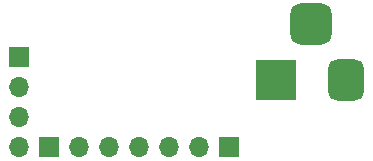
<source format=gbs>
%TF.GenerationSoftware,KiCad,Pcbnew,(6.0.5-0)*%
%TF.CreationDate,2023-01-17T15:21:49+09:00*%
%TF.ProjectId,stepper,73746570-7065-4722-9e6b-696361645f70,rev?*%
%TF.SameCoordinates,Original*%
%TF.FileFunction,Soldermask,Bot*%
%TF.FilePolarity,Negative*%
%FSLAX46Y46*%
G04 Gerber Fmt 4.6, Leading zero omitted, Abs format (unit mm)*
G04 Created by KiCad (PCBNEW (6.0.5-0)) date 2023-01-17 15:21:49*
%MOMM*%
%LPD*%
G01*
G04 APERTURE LIST*
G04 Aperture macros list*
%AMRoundRect*
0 Rectangle with rounded corners*
0 $1 Rounding radius*
0 $2 $3 $4 $5 $6 $7 $8 $9 X,Y pos of 4 corners*
0 Add a 4 corners polygon primitive as box body*
4,1,4,$2,$3,$4,$5,$6,$7,$8,$9,$2,$3,0*
0 Add four circle primitives for the rounded corners*
1,1,$1+$1,$2,$3*
1,1,$1+$1,$4,$5*
1,1,$1+$1,$6,$7*
1,1,$1+$1,$8,$9*
0 Add four rect primitives between the rounded corners*
20,1,$1+$1,$2,$3,$4,$5,0*
20,1,$1+$1,$4,$5,$6,$7,0*
20,1,$1+$1,$6,$7,$8,$9,0*
20,1,$1+$1,$8,$9,$2,$3,0*%
G04 Aperture macros list end*
%ADD10R,1.700000X1.700000*%
%ADD11O,1.700000X1.700000*%
%ADD12R,3.500000X3.500000*%
%ADD13RoundRect,0.750000X0.750000X1.000000X-0.750000X1.000000X-0.750000X-1.000000X0.750000X-1.000000X0*%
%ADD14RoundRect,0.875000X0.875000X0.875000X-0.875000X0.875000X-0.875000X-0.875000X0.875000X-0.875000X0*%
G04 APERTURE END LIST*
D10*
%TO.C,J2*%
X145812000Y-104648000D03*
D11*
X148352000Y-104648000D03*
X150892000Y-104648000D03*
X153432000Y-104648000D03*
X155972000Y-104648000D03*
%TD*%
D10*
%TO.C,J3*%
X161052000Y-104648000D03*
D11*
X158512000Y-104648000D03*
%TD*%
D10*
%TO.C,J1*%
X143272000Y-97028000D03*
D11*
X143272000Y-99568000D03*
X143272000Y-102108000D03*
X143272000Y-104648000D03*
%TD*%
D12*
%TO.C,J4*%
X165000000Y-98957500D03*
D13*
X171000000Y-98957500D03*
D14*
X168000000Y-94257500D03*
%TD*%
M02*

</source>
